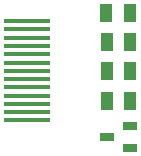
<source format=gbp>
G04*
G04 #@! TF.GenerationSoftware,Altium Limited,Altium Designer,20.0.13 (296)*
G04*
G04 Layer_Color=128*
%FSLAX24Y24*%
%MOIN*%
G70*
G01*
G75*
%ADD19O,0.1575X0.0157*%
%ADD20R,0.0394X0.0610*%
%ADD21R,0.0492X0.0276*%
D19*
X7087Y4764D02*
D03*
Y5039D02*
D03*
Y5315D02*
D03*
Y5591D02*
D03*
Y5866D02*
D03*
Y6142D02*
D03*
Y6417D02*
D03*
Y6693D02*
D03*
Y6969D02*
D03*
Y7244D02*
D03*
Y7520D02*
D03*
Y7795D02*
D03*
Y8071D02*
D03*
D20*
X9724Y8356D02*
D03*
X10512D02*
D03*
X10531Y6398D02*
D03*
X9744D02*
D03*
X10531Y5413D02*
D03*
X9744D02*
D03*
X9744Y7372D02*
D03*
X10532D02*
D03*
D21*
X9744Y4213D02*
D03*
X10531Y3839D02*
D03*
Y4587D02*
D03*
M02*

</source>
